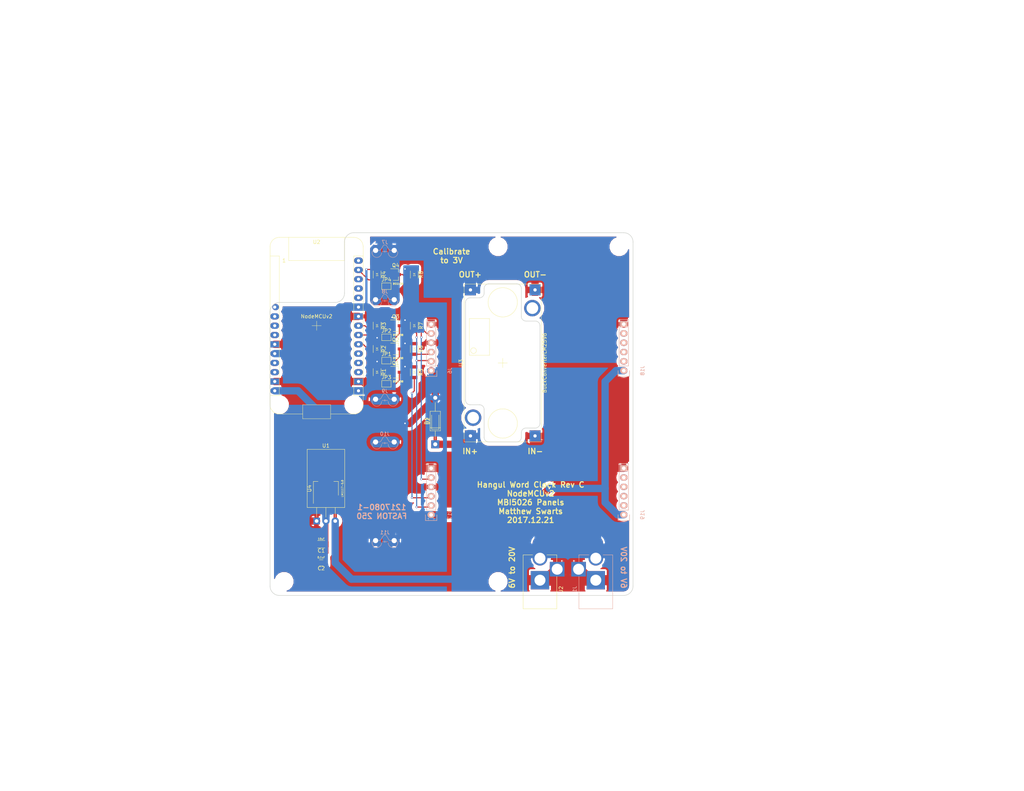
<source format=kicad_pcb>
(kicad_pcb (version 4) (host pcbnew 4.0.4-stable)
  (title_block (title "Hangul Word Clock NodeMCUv2") (date 2017-12-21) (rev C) (company "Matthew Swarts"))
  (layers (0 F.Cu signal) (31 B.Cu signal) (34 B.Paste user) (35 F.Paste user) (36 B.SilkS user) (37 F.SilkS user) (38 B.Mask user) (39 F.Mask user) (44 Edge.Cuts user))
  (net 0 "")
  (net 1 V5.0)
  (net 2 GND)
  (net 3 Vin)
  (net 4 VLED)
  (net 5 PClock)
  (net 6 PStrobe)
  (net 7 V3.3)
  (net 8 PClock3.3)
  (net 9 PStrobe3.3)
  (net 10 PDataA)
  (net 11 PDataB)
  (net 12 PDataA3.3)
  (net 13 PDataB3.3)
  (module MyKiCadParts:LM2596Module (layer F.Cu) (at 137.16 99.06 90)
    (fp_text reference U3 (at 0 -11.43 90) (layer F.SilkS))
    (fp_text value BuckConverterLM2596 (at 0 11.43 90) (layer F.SilkS))
    (pad "" np_thru_hole circle (at -14.9606 -8.0899 90) (size 4.5 4.5) (drill 3.2) (layers *.Cu *.Mask))
    (pad "" np_thru_hole circle (at 14.9606 8.0899 90) (size 4.5 4.5) (drill 3.2) (layers *.Cu *.Mask))
    (pad 1 thru_hole rect (at -19.939 -8.8138 90) (size 3 3) (drill 0.9) (layers *.Cu *.Mask) (net 3 Vin))
    (pad 2 thru_hole rect (at -19.939 8.8138 90) (size 3 3) (drill 0.9) (layers *.Cu *.Mask) (net 2 GND))
    (pad 3 thru_hole rect (at 19.939 8.8138 90) (size 3 3) (drill 0.9) (layers *.Cu *.Mask) (net 2 GND))
    (pad 4 thru_hole rect (at 19.939 -8.8138 90) (size 3 3) (drill 0.9) (layers *.Cu *.Mask) (net 4 VLED))
  )
  (module Mounting_Holes:MountingHole_3.2mm_M3 (layer F.Cu) (at 135.89 67.31)
    (fp_text reference REF** hide)
    (fp_text value MountingHole_3.2mm_M3)
    (pad 1 np_thru_hole circle (at 0 0) (size 3.2 3.2) (drill 3.2) (layers *.Cu *.Mask))
  )
  (module Mounting_Holes:MountingHole_3.2mm_M3 (layer F.Cu) (at 135.89 158.75)
    (fp_text reference REF** hide)
    (fp_text value MountingHole_3.2mm_M3)
    (pad 1 np_thru_hole circle (at 0 0) (size 3.2 3.2) (drill 3.2) (layers *.Cu *.Mask))
  )
  (module Mounting_Holes:MountingHole_3.2mm_M3 (layer F.Cu) (at 77.47 158.75)
    (fp_text reference REF** hide)
    (fp_text value MountingHole_3.2mm_M3)
    (pad 1 np_thru_hole circle (at 0 0) (size 3.2 3.2) (drill 3.2) (layers *.Cu *.Mask))
  )
  (module MyKiCadParts:NodeMCU_V1.0 (layer F.Cu) (at 86.36 88.9)
    (fp_text reference U2 (at 0 -22.86) (layer F.SilkS))
    (fp_text value NodeMCUv2 (at 0 -2.54) (layer F.SilkS))
    (fp_text user 1 (at -8.89 -17.78) (layer F.SilkS))
    (pad 17 thru_hole rect (at 11.43 15.24) (size 2.4 1.7) (drill 0.85) (layers *.Cu *.Mask) (net 2 GND))
    (pad 18 thru_hole oval (at 11.43 12.7) (size 2.4 1.7) (drill 0.85) (layers *.Cu *.Mask))
    (pad 19 thru_hole oval (at 11.43 10.16) (size 2.4 1.7) (drill 0.85) (layers *.Cu *.Mask))
    (pad 20 thru_hole oval (at 11.43 7.62) (size 2.4 1.7) (drill 0.85) (layers *.Cu *.Mask))
    (pad 21 thru_hole oval (at 11.43 5.08) (size 2.4 1.7) (drill 0.85) (layers *.Cu *.Mask) (net 13 PDataB3.3))
    (pad 6 thru_hole oval (at -11.43 -5.08) (size 1.8 1.7) (drill 0.85 (offset 0.25 0)) (layers *.Cu *.Mask))
    (pad 22 thru_hole oval (at 11.43 2.54) (size 2.4 1.7) (drill 0.85) (layers *.Cu *.Mask) (net 12 PDataA3.3))
    (pad 7 thru_hole oval (at -11.43 -2.54) (size 2.4 1.7) (drill 0.85) (layers *.Cu *.Mask))
    (pad 23 thru_hole oval (at 11.43 0) (size 2.4 1.7) (drill 0.85) (layers *.Cu *.Mask) (net 8 PClock3.3))
    (pad 8 thru_hole oval (at -11.43 0) (size 2.4 1.7) (drill 0.85) (layers *.Cu *.Mask))
    (pad 24 thru_hole rect (at 11.43 -2.54) (size 2.4 1.7) (drill 0.85) (layers *.Cu *.Mask) (net 2 GND))
    (pad 9 thru_hole oval (at -11.43 2.54) (size 2.4 1.7) (drill 0.85) (layers *.Cu *.Mask))
    (pad 25 thru_hole oval (at 11.43 -5.08) (size 2.4 1.7) (drill 0.85) (layers *.Cu *.Mask) (net 7 V3.3))
    (pad 10 thru_hole rect (at -11.43 5.08) (size 2.4 1.7) (drill 0.85) (layers *.Cu *.Mask) (net 2 GND))
    (pad 26 thru_hole oval (at 11.43 -7.62) (size 2.4 1.7) (drill 0.85) (layers *.Cu *.Mask))
    (pad 11 thru_hole oval (at -11.43 7.62) (size 2.4 1.7) (drill 0.85) (layers *.Cu *.Mask) (net 7 V3.3))
    (pad 27 thru_hole oval (at 11.43 -10.16) (size 2.4 1.7) (drill 0.85) (layers *.Cu *.Mask))
    (pad 12 thru_hole oval (at -11.43 10.16) (size 2.4 1.7) (drill 0.85) (layers *.Cu *.Mask))
    (pad 28 thru_hole oval (at 11.43 -12.7) (size 2.4 1.7) (drill 0.85) (layers *.Cu *.Mask))
    (pad 13 thru_hole oval (at -11.43 12.7) (size 2.4 1.7) (drill 0.85) (layers *.Cu *.Mask))
    (pad 29 thru_hole oval (at 11.43 -15.24) (size 2.4 1.7) (drill 0.85) (layers *.Cu *.Mask) (net 9 PStrobe3.3))
    (pad 14 thru_hole rect (at -11.43 15.24) (size 2.4 1.7) (drill 0.85) (layers *.Cu *.Mask) (net 2 GND))
    (pad 30 thru_hole oval (at 11.43 -17.78) (size 2.4 1.7) (drill 0.85) (layers *.Cu *.Mask))
    (pad 15 thru_hole oval (at -11.43 17.78) (size 2.4 1.7) (drill 0.85) (layers *.Cu *.Mask) (net 1 V5.0))
    (pad 16 thru_hole oval (at 11.43 17.78) (size 2.4 1.7) (drill 0.85) (layers *.Cu *.Mask) (net 7 V3.3))
    (pad "" np_thru_hole circle (at 10.16 -21.59) (size 3.2 3.2) (drill 3.2) (layers *.Cu *.Mask))
    (pad "" np_thru_hole circle (at 10.16 21.59) (size 3.2 3.2) (drill 3.2) (layers *.Cu *.Mask))
    (pad "" np_thru_hole circle (at -10.16 21.59) (size 3.2 3.2) (drill 3.2) (layers *.Cu *.Mask))
  )
  (module Capacitors_SMD:C_1206 (layer F.Cu) (at 87.63 148.59 180)
    (fp_text reference C1 (at 0 -1.75 180) (layer F.SilkS))
    (fp_text value 10uF (at 0 1.5 180) (layer F.SilkS) (effects (font (size 0.5 0.5) (thickness 0.1))))
    (pad 1 smd rect (at -1.5 0 180) (size 1 1.6) (layers F.Cu F.Paste F.Mask) (net 1 V5.0))
    (pad 2 smd rect (at 1.5 0 180) (size 1 1.6) (layers F.Cu F.Paste F.Mask) (net 2 GND))
  )
  (module Capacitors_SMD:C_0805 (layer F.Cu) (at 87.63 153.67 180)
    (fp_text reference C2 (at 0 -1.5 180) (layer F.SilkS))
    (fp_text value 0.1uF (at 0 1.5 180) (layer F.SilkS) (effects (font (size 0.5 0.5) (thickness 0.1))))
    (pad 1 smd rect (at -1 0 180) (size 1 1.25) (layers F.Cu F.Paste F.Mask) (net 1 V5.0))
    (pad 2 smd rect (at 1 0 180) (size 1 1.25) (layers F.Cu F.Paste F.Mask) (net 2 GND))
  )
  (module Diodes_THT:D_DO-41_SOD81_P12.70mm_Horizontal (layer F.Cu) (at 118.745 121.285 90)
    (fp_text reference D1 (at 6.35 -2.41 90) (layer F.SilkS))
    (fp_text value D)
    (pad 1 thru_hole rect (at 0 0 90) (size 2.2 2.2) (drill 1.1) (layers *.Cu *.Mask) (net 3 Vin))
    (pad 2 thru_hole oval (at 12.7 0 90) (size 2.2 2.2) (drill 1.1) (layers *.Cu *.Mask) (net 1 V5.0))
  )
  (module Connectors:BARREL_JACK (layer B.Cu) (at 162.56 152.4 90)
    (fp_text reference J1 (at -8.45 -5.75 270) (layer B.SilkS) (effects (justify mirror)))
    (fp_text value Barrel_Jack)
    (pad 1 thru_hole oval (at 0 0 90) (size 8 4) (drill 3 (offset 2 0)) (layers *.Cu *.Mask) (net 3 Vin))
    (pad 2 thru_hole rect (at -6 0 90) (size 5 5) (drill 3) (layers *.Cu *.Mask) (net 2 GND))
    (pad 3 thru_hole rect (at -3 -4.7 90) (size 4 4) (drill 3) (layers *.Cu *.Mask) (net 2 GND))
  )
  (module Socket_Strips:Socket_Strip_Straight_1x06 (layer B.Cu) (at 117.625 101.175 90)
    (fp_text reference J6 (at 0 5.1 90) (layer B.SilkS) (effects (justify mirror)))
    (fp_text value Conn_01x06)
    (pad 1 thru_hole oval (at 0 0 90) (size 1.7272 2.032) (drill 1.016) (layers *.Cu *.Mask B.SilkS) (net 1 V5.0))
    (pad 2 thru_hole oval (at 2.54 0 90) (size 1.7272 2.032) (drill 1.016) (layers *.Cu *.Mask B.SilkS) (net 5 PClock))
    (pad 3 thru_hole oval (at 5.08 0 90) (size 1.7272 2.032) (drill 1.016) (layers *.Cu *.Mask B.SilkS) (net 10 PDataA))
    (pad 4 thru_hole oval (at 7.62 0 90) (size 1.7272 2.032) (drill 1.016) (layers *.Cu *.Mask B.SilkS) (net 2 GND))
    (pad 5 thru_hole oval (at 10.16 0 90) (size 1.7272 2.032) (drill 1.016) (layers *.Cu *.Mask B.SilkS) (net 6 PStrobe))
    (pad 6 thru_hole rect (at 12.7 0 90) (size 1.7272 2.032) (drill 1.016) (layers *.Cu *.Mask B.SilkS) (net 2 GND))
  )
  (module MyKiCadParts:1217080-1 (layer B.Cu) (at 104.99598 68.64096)
    (fp_text reference J7 (at 0 -2.54) (layer B.SilkS) (effects (justify mirror)))
    (fp_text value Conn_01x01)
    (pad 1 thru_hole circle (at -2.54 -0.3048) (size 2.8 2.8) (drill 1.4) (layers *.Cu *.Mask) (net 4 VLED))
    (pad 1 thru_hole circle (at 2.54 -0.3048) (size 2.8 2.8) (drill 1.4) (layers *.Cu *.Mask) (net 4 VLED))
  )
  (module MyKiCadParts:1217080-1 (layer B.Cu) (at 104.99344 82.10296)
    (fp_text reference J8 (at 0 -2.54) (layer B.SilkS) (effects (justify mirror)))
    (fp_text value Conn_01x01)
    (pad 1 thru_hole circle (at -2.54 -0.3048) (size 2.8 2.8) (drill 1.4) (layers *.Cu *.Mask) (net 4 VLED))
    (pad 1 thru_hole circle (at 2.54 -0.3048) (size 2.8 2.8) (drill 1.4) (layers *.Cu *.Mask) (net 4 VLED))
  )
  (module MyKiCadParts:1217080-1 (layer B.Cu) (at 104.99344 109.28096)
    (fp_text reference J9 (at 0 -2.54) (layer B.SilkS) (effects (justify mirror)))
    (fp_text value Conn_01x01)
    (pad 1 thru_hole circle (at -2.54 -0.3048) (size 2.8 2.8) (drill 1.4) (layers *.Cu *.Mask) (net 2 GND))
    (pad 1 thru_hole circle (at 2.54 -0.3048) (size 2.8 2.8) (drill 1.4) (layers *.Cu *.Mask) (net 2 GND))
  )
  (module MyKiCadParts:1217080-1 (layer B.Cu) (at 104.99344 120.96496)
    (fp_text reference J10 (at 0 -2.54) (layer B.SilkS) (effects (justify mirror)))
    (fp_text value Conn_01x01)
    (pad 1 thru_hole circle (at -2.54 -0.3048) (size 2.8 2.8) (drill 1.4) (layers *.Cu *.Mask) (net 2 GND))
    (pad 1 thru_hole circle (at 2.54 -0.3048) (size 2.8 2.8) (drill 1.4) (layers *.Cu *.Mask) (net 2 GND))
  )
  (module MyKiCadParts:1217080-1 (layer B.Cu) (at 104.99344 147.88896)
    (fp_text reference J11 (at 0 -2.54) (layer B.SilkS) (effects (justify mirror)))
    (fp_text value Conn_01x01)
    (pad 1 thru_hole circle (at -2.54 -0.3048) (size 2.8 2.8) (drill 1.4) (layers *.Cu *.Mask) (net 1 V5.0))
    (pad 1 thru_hole circle (at 2.54 -0.3048) (size 2.8 2.8) (drill 1.4) (layers *.Cu *.Mask) (net 1 V5.0))
  )
  (module Socket_Strips:Socket_Strip_Straight_1x06 (layer B.Cu) (at 117.625 140.55 90)
    (fp_text reference J17 (at 0 5.1 90) (layer B.SilkS) (effects (justify mirror)))
    (fp_text value Conn_01x06)
    (pad 1 thru_hole oval (at 0 0 90) (size 1.7272 2.032) (drill 1.016) (layers *.Cu *.Mask B.SilkS) (net 1 V5.0))
    (pad 2 thru_hole oval (at 2.54 0 90) (size 1.7272 2.032) (drill 1.016) (layers *.Cu *.Mask B.SilkS) (net 5 PClock))
    (pad 3 thru_hole oval (at 5.08 0 90) (size 1.7272 2.032) (drill 1.016) (layers *.Cu *.Mask B.SilkS) (net 11 PDataB))
    (pad 4 thru_hole oval (at 7.62 0 90) (size 1.7272 2.032) (drill 1.016) (layers *.Cu *.Mask B.SilkS) (net 2 GND))
    (pad 5 thru_hole oval (at 10.16 0 90) (size 1.7272 2.032) (drill 1.016) (layers *.Cu *.Mask B.SilkS) (net 6 PStrobe))
    (pad 6 thru_hole rect (at 12.7 0 90) (size 1.7272 2.032) (drill 1.016) (layers *.Cu *.Mask B.SilkS) (net 2 GND))
  )
  (module Socket_Strips:Socket_Strip_Straight_1x06 (layer B.Cu) (at 170.2 101.175 90)
    (fp_text reference J18 (at 0 5.1 90) (layer B.SilkS) (effects (justify mirror)))
    (fp_text value Conn_01x06)
    (pad 1 thru_hole oval (at 0 0 90) (size 1.7272 2.032) (drill 1.016) (layers *.Cu *.Mask B.SilkS) (net 1 V5.0))
    (pad 2 thru_hole oval (at 2.54 0 90) (size 1.7272 2.032) (drill 1.016) (layers *.Cu *.Mask B.SilkS))
    (pad 3 thru_hole oval (at 5.08 0 90) (size 1.7272 2.032) (drill 1.016) (layers *.Cu *.Mask B.SilkS))
    (pad 4 thru_hole oval (at 7.62 0 90) (size 1.7272 2.032) (drill 1.016) (layers *.Cu *.Mask B.SilkS))
    (pad 5 thru_hole oval (at 10.16 0 90) (size 1.7272 2.032) (drill 1.016) (layers *.Cu *.Mask B.SilkS))
    (pad 6 thru_hole rect (at 12.7 0 90) (size 1.7272 2.032) (drill 1.016) (layers *.Cu *.Mask B.SilkS) (net 2 GND))
  )
  (module Socket_Strips:Socket_Strip_Straight_1x06 (layer B.Cu) (at 170.2 140.525 90)
    (fp_text reference J19 (at 0 5.1 90) (layer B.SilkS) (effects (justify mirror)))
    (fp_text value Conn_01x06)
    (pad 1 thru_hole oval (at 0 0 90) (size 1.7272 2.032) (drill 1.016) (layers *.Cu *.Mask B.SilkS) (net 1 V5.0))
    (pad 2 thru_hole oval (at 2.54 0 90) (size 1.7272 2.032) (drill 1.016) (layers *.Cu *.Mask B.SilkS))
    (pad 3 thru_hole oval (at 5.08 0 90) (size 1.7272 2.032) (drill 1.016) (layers *.Cu *.Mask B.SilkS))
    (pad 4 thru_hole oval (at 7.62 0 90) (size 1.7272 2.032) (drill 1.016) (layers *.Cu *.Mask B.SilkS))
    (pad 5 thru_hole oval (at 10.16 0 90) (size 1.7272 2.032) (drill 1.016) (layers *.Cu *.Mask B.SilkS))
    (pad 6 thru_hole rect (at 12.7 0 90) (size 1.7272 2.032) (drill 1.016) (layers *.Cu *.Mask B.SilkS) (net 2 GND))
  )
  (module TO_SOT_Packages_SMD:SOT-23 (layer F.Cu) (at 107.95 101.6)
    (fp_text reference Q1 (at 0 -2.5) (layer F.SilkS))
    (fp_text value BSS138 (at 0.635 2.54) (layer F.SilkS) (effects (font (size 0.5 0.5) (thickness 0.1))))
    (pad 1 smd rect (at -1 -0.95) (size 0.9 0.8) (layers F.Cu F.Paste F.Mask) (net 7 V3.3))
    (pad 2 smd rect (at -1 0.95) (size 0.9 0.8) (layers F.Cu F.Paste F.Mask) (net 13 PDataB3.3))
    (pad 3 smd rect (at 1 0) (size 0.9 0.8) (layers F.Cu F.Paste F.Mask) (net 11 PDataB))
  )
  (module TO_SOT_Packages_SMD:SOT-23 (layer F.Cu) (at 107.95 95.25)
    (fp_text reference Q2 (at 0 -2.5) (layer F.SilkS))
    (fp_text value BSS138 (at 0.635 2.54) (layer F.SilkS) (effects (font (size 0.5 0.5) (thickness 0.1))))
    (pad 1 smd rect (at -1 -0.95) (size 0.9 0.8) (layers F.Cu F.Paste F.Mask) (net 7 V3.3))
    (pad 2 smd rect (at -1 0.95) (size 0.9 0.8) (layers F.Cu F.Paste F.Mask) (net 12 PDataA3.3))
    (pad 3 smd rect (at 1 0) (size 0.9 0.8) (layers F.Cu F.Paste F.Mask) (net 10 PDataA))
  )
  (module TO_SOT_Packages_SMD:SOT-23 (layer F.Cu) (at 107.95 88.9)
    (fp_text reference Q3 (at 0 -2.5) (layer F.SilkS))
    (fp_text value BSS138 (at 0.635 2.54) (layer F.SilkS) (effects (font (size 0.5 0.5) (thickness 0.1))))
    (pad 1 smd rect (at -1 -0.95) (size 0.9 0.8) (layers F.Cu F.Paste F.Mask) (net 7 V3.3))
    (pad 2 smd rect (at -1 0.95) (size 0.9 0.8) (layers F.Cu F.Paste F.Mask) (net 8 PClock3.3))
    (pad 3 smd rect (at 1 0) (size 0.9 0.8) (layers F.Cu F.Paste F.Mask) (net 5 PClock))
  )
  (module TO_SOT_Packages_SMD:SOT-23 (layer F.Cu) (at 107.95 74.93)
    (fp_text reference Q4 (at 0 -2.5) (layer F.SilkS))
    (fp_text value BSS138 (at 0.635 2.54) (layer F.SilkS) (effects (font (size 0.5 0.5) (thickness 0.1))))
    (pad 1 smd rect (at -1 -0.95) (size 0.9 0.8) (layers F.Cu F.Paste F.Mask) (net 7 V3.3))
    (pad 2 smd rect (at -1 0.95) (size 0.9 0.8) (layers F.Cu F.Paste F.Mask) (net 9 PStrobe3.3))
    (pad 3 smd rect (at 1 0) (size 0.9 0.8) (layers F.Cu F.Paste F.Mask) (net 6 PStrobe))
  )
  (module Resistors_SMD:R_1206 (layer F.Cu) (at 102.87 101.6 270)
    (fp_text reference R1 (at 0 -1.85 270) (layer F.SilkS))
    (fp_text value 1K (at 0 0 270) (layer F.SilkS) (effects (font (size 0.5 0.5) (thickness 0.1))))
    (pad 1 smd rect (at -1.45 0 270) (size 0.9 1.7) (layers F.Cu F.Paste F.Mask) (net 7 V3.3))
    (pad 2 smd rect (at 1.45 0 270) (size 0.9 1.7) (layers F.Cu F.Paste F.Mask) (net 13 PDataB3.3))
  )
  (module Resistors_SMD:R_1206 (layer F.Cu) (at 102.87 95.25 270)
    (fp_text reference R2 (at 0 -1.85 270) (layer F.SilkS))
    (fp_text value 1K (at 0 0 270) (layer F.SilkS) (effects (font (size 0.5 0.5) (thickness 0.1))))
    (pad 1 smd rect (at -1.45 0 270) (size 0.9 1.7) (layers F.Cu F.Paste F.Mask) (net 7 V3.3))
    (pad 2 smd rect (at 1.45 0 270) (size 0.9 1.7) (layers F.Cu F.Paste F.Mask) (net 12 PDataA3.3))
  )
  (module Resistors_SMD:R_1206 (layer F.Cu) (at 102.87 88.9 270)
    (fp_text reference R3 (at 0 -1.85 270) (layer F.SilkS))
    (fp_text value 1K (at 0 0 270) (layer F.SilkS) (effects (font (size 0.5 0.5) (thickness 0.1))))
    (pad 1 smd rect (at -1.45 0 270) (size 0.9 1.7) (layers F.Cu F.Paste F.Mask) (net 7 V3.3))
    (pad 2 smd rect (at 1.45 0 270) (size 0.9 1.7) (layers F.Cu F.Paste F.Mask) (net 8 PClock3.3))
  )
  (module Resistors_SMD:R_1206 (layer F.Cu) (at 102.87 74.93 270)
    (fp_text reference R4 (at 0 -1.85 270) (layer F.SilkS))
    (fp_text value 1K (at 0 0 270) (layer F.SilkS) (effects (font (size 0.5 0.5) (thickness 0.1))))
    (pad 1 smd rect (at -1.45 0 270) (size 0.9 1.7) (layers F.Cu F.Paste F.Mask) (net 7 V3.3))
    (pad 2 smd rect (at 1.45 0 270) (size 0.9 1.7) (layers F.Cu F.Paste F.Mask) (net 9 PStrobe3.3))
  )
  (module Resistors_SMD:R_1206 (layer F.Cu) (at 113.03 101.6 270)
    (fp_text reference R5 (at 0 -1.85 270) (layer F.SilkS))
    (fp_text value 1K (at 0 0 270) (layer F.SilkS) (effects (font (size 0.5 0.5) (thickness 0.1))))
    (pad 1 smd rect (at -1.45 0 270) (size 0.9 1.7) (layers F.Cu F.Paste F.Mask) (net 1 V5.0))
    (pad 2 smd rect (at 1.45 0 270) (size 0.9 1.7) (layers F.Cu F.Paste F.Mask) (net 11 PDataB))
  )
  (module Resistors_SMD:R_1206 (layer F.Cu) (at 113.03 95.25 270)
    (fp_text reference R6 (at 0 -1.85 270) (layer F.SilkS))
    (fp_text value 1K (at 0 0 270) (layer F.SilkS) (effects (font (size 0.5 0.5) (thickness 0.1))))
    (pad 1 smd rect (at -1.45 0 270) (size 0.9 1.7) (layers F.Cu F.Paste F.Mask) (net 1 V5.0))
    (pad 2 smd rect (at 1.45 0 270) (size 0.9 1.7) (layers F.Cu F.Paste F.Mask) (net 10 PDataA))
  )
  (module Resistors_SMD:R_1206 (layer F.Cu) (at 113.03 88.9 270)
    (fp_text reference R7 (at 0 -1.85 270) (layer F.SilkS))
    (fp_text value 1K (at 0 0 270) (layer F.SilkS) (effects (font (size 0.5 0.5) (thickness 0.1))))
    (pad 1 smd rect (at -1.45 0 270) (size 0.9 1.7) (layers F.Cu F.Paste F.Mask) (net 1 V5.0))
    (pad 2 smd rect (at 1.45 0 270) (size 0.9 1.7) (layers F.Cu F.Paste F.Mask) (net 5 PClock))
  )
  (module Resistors_SMD:R_1206 (layer F.Cu) (at 113.03 74.93 270)
    (fp_text reference R8 (at 0 -1.85 270) (layer F.SilkS))
    (fp_text value 1K (at 0 0 270) (layer F.SilkS) (effects (font (size 0.5 0.5) (thickness 0.1))))
    (pad 1 smd rect (at -1.45 0 270) (size 0.9 1.7) (layers F.Cu F.Paste F.Mask) (net 1 V5.0))
    (pad 2 smd rect (at 1.45 0 270) (size 0.9 1.7) (layers F.Cu F.Paste F.Mask) (net 6 PStrobe))
  )
  (module TO_SOT_Packages_THT:TO-220_Horizontal (layer F.Cu) (at 86.36 142.24)
    (fp_text reference U1 (at 2.54 -20.58) (layer F.SilkS))
    (fp_text value LM1117-5.0)
    (pad 1 thru_hole rect (at 0 0) (size 1.8 1.8) (drill 1) (layers *.Cu *.Mask) (net 2 GND))
    (pad 2 thru_hole oval (at 2.54 0) (size 1.8 1.8) (drill 1) (layers *.Cu *.Mask) (net 1 V5.0))
    (pad 3 thru_hole oval (at 5.08 0) (size 1.8 1.8) (drill 1) (layers *.Cu *.Mask) (net 3 Vin))
  )
  (module Diodes_SMD:D_SOD-123 (layer F.Cu) (at 118.745 114.935 90)
    (fp_text reference D2 (at 0 -2 90) (layer F.SilkS))
    (fp_text value D)
    (pad 1 smd rect (at -1.65 0 90) (size 0.9 1.2) (layers F.Cu F.Paste F.Mask) (net 3 Vin))
    (pad 2 smd rect (at 1.65 0 90) (size 0.9 1.2) (layers F.Cu F.Paste F.Mask) (net 1 V5.0))
  )
  (module TO_SOT_Packages_SMD:SOT-223-3Lead_TabPin2 (layer F.Cu) (at 88.9 133.35 90)
    (fp_text reference U4 (at 0 -4.5 90) (layer F.SilkS))
    (fp_text value LM1117-5.0 (at 0 4.5 90) (layer F.SilkS) (effects (font (size 0.5 0.5) (thickness 0.1))))
    (pad 2 smd rect (at 3.15 0 90) (size 2 3.8) (layers F.Cu F.Paste F.Mask) (net 1 V5.0))
    (pad 2 smd rect (at -3.15 0 90) (size 2 1.5) (layers F.Cu F.Paste F.Mask) (net 1 V5.0))
    (pad 3 smd rect (at -3.15 2.3 90) (size 2 1.5) (layers F.Cu F.Paste F.Mask) (net 3 Vin))
    (pad 1 smd rect (at -3.15 -2.3 90) (size 2 1.5) (layers F.Cu F.Paste F.Mask) (net 2 GND))
  )
  (module Connectors:BARREL_JACK (layer F.Cu) (at 147.32 152.4 90)
    (fp_text reference J2 (at -8.45 5.75 270) (layer F.SilkS))
    (fp_text value Barrel_Jack)
    (pad 1 thru_hole oval (at 0 0 90) (size 8 4) (drill 3 (offset 2 0)) (layers *.Cu *.Mask) (net 3 Vin))
    (pad 2 thru_hole rect (at -6 0 90) (size 5 5) (drill 3) (layers *.Cu *.Mask) (net 2 GND))
    (pad 3 thru_hole rect (at -3 4.7 90) (size 4 4) (drill 3) (layers *.Cu *.Mask) (net 2 GND))
  )
  (module Mounting_Holes:MountingHole_3.2mm_M3 (layer F.Cu) (at 168.91 67.31)
    (fp_text reference REF** hide)
    (fp_text value MountingHole_3.2mm_M3)
    (pad 1 np_thru_hole circle (at 0 0) (size 3.2 3.2) (drill 3.2) (layers *.Cu *.Mask))
  )
  (module Connectors:GS2 (layer F.Cu) (at 105.41 98.425 90)
    (fp_text reference JP1 (at 1.78 0 180) (layer F.SilkS))
    (fp_text value Jumper_NO_Small)
    (pad 1 smd rect (at 0 -0.64 90) (size 1.27 0.97) (layers F.Cu F.Paste F.Mask) (net 12 PDataA3.3))
    (pad 2 smd rect (at 0 0.64 90) (size 1.27 0.97) (layers F.Cu F.Paste F.Mask) (net 10 PDataA))
  )
  (module Connectors:GS2 (layer F.Cu) (at 105.41 92.075 90)
    (fp_text reference JP2 (at 1.78 0 180) (layer F.SilkS))
    (fp_text value Jumper_NO_Small)
    (pad 1 smd rect (at 0 -0.64 90) (size 1.27 0.97) (layers F.Cu F.Paste F.Mask) (net 8 PClock3.3))
    (pad 2 smd rect (at 0 0.64 90) (size 1.27 0.97) (layers F.Cu F.Paste F.Mask) (net 5 PClock))
  )
  (module Connectors:GS2 (layer F.Cu) (at 105.41 104.775 90)
    (fp_text reference JP3 (at 1.78 0 180) (layer F.SilkS))
    (fp_text value Jumper_NO_Small)
    (pad 1 smd rect (at 0 -0.64 90) (size 1.27 0.97) (layers F.Cu F.Paste F.Mask) (net 13 PDataB3.3))
    (pad 2 smd rect (at 0 0.64 90) (size 1.27 0.97) (layers F.Cu F.Paste F.Mask) (net 11 PDataB))
  )
  (module Connectors:GS2 (layer F.Cu) (at 105.41 78.105 90)
    (fp_text reference JP4 (at 1.78 0 180) (layer F.SilkS))
    (fp_text value Jumper_NO_Small)
    (pad 1 smd rect (at 0 -0.64 90) (size 1.27 0.97) (layers F.Cu F.Paste F.Mask) (net 9 PStrobe3.3))
    (pad 2 smd rect (at 0 0.64 90) (size 1.27 0.97) (layers F.Cu F.Paste F.Mask) (net 6 PStrobe))
  )
  (gr_line (start 142.24 119.38) (end 142.24 118.11) (angle 90) (layer Edge.Cuts) (width 0.15))
  (gr_line (start 128.27 110.49) (end 130.81 110.49) (angle 90) (layer Edge.Cuts) (width 0.15))
  (gr_line (start 127 82.55) (end 127 109.22) (angle 90) (layer Edge.Cuts) (width 0.15))
  (gr_line (start 132.08 78.74) (end 132.08 80.01) (angle 90) (layer Edge.Cuts) (width 0.15))
  (gr_arc (start 146.05 88.9) (end 146.05 87.63) (angle 90) (layer Edge.Cuts) (width 0.15))
  (gr_arc (start 143.51 86.36) (end 143.51 87.63) (angle 90) (layer Edge.Cuts) (width 0.15))
  (gr_arc (start 140.97 78.74) (end 140.97 77.47) (angle 90) (layer Edge.Cuts) (width 0.15))
  (gr_arc (start 133.35 78.74) (end 132.08 78.74) (angle 90) (layer Edge.Cuts) (width 0.15))
  (gr_arc (start 130.81 80.01) (end 132.08 80.01) (angle 90) (layer Edge.Cuts) (width 0.15))
  (gr_arc (start 128.27 82.55) (end 127 82.55) (angle 90) (layer Edge.Cuts) (width 0.15))
  (gr_arc (start 128.27 109.22) (end 128.27 110.49) (angle 90) (layer Edge.Cuts) (width 0.15))
  (gr_arc (start 130.81 111.76) (end 130.81 110.49) (angle 90) (layer Edge.Cuts) (width 0.15))
  (gr_arc (start 133.35 119.38) (end 133.35 120.65) (angle 90) (layer Edge.Cuts) (width 0.15))
  (gr_arc (start 146.05 115.57) (end 147.32 115.57) (angle 90) (layer Edge.Cuts) (width 0.15))
  (gr_arc (start 143.51 118.11) (end 142.24 118.11) (angle 90) (layer Edge.Cuts) (width 0.15))
  (gr_arc (start 140.97 119.38) (end 142.24 119.38) (angle 90) (layer Edge.Cuts) (width 0.15))
  (gr_line (start 140.97 120.65) (end 133.35 120.65) (angle 90) (layer Edge.Cuts) (width 0.15))
  (gr_line (start 146.05 116.84) (end 143.51 116.84) (angle 90) (layer Edge.Cuts) (width 0.15))
  (gr_line (start 147.32 88.9) (end 147.32 115.57) (angle 90) (layer Edge.Cuts) (width 0.15))
  (gr_line (start 143.51 87.63) (end 146.05 87.63) (angle 90) (layer Edge.Cuts) (width 0.15))
  (gr_line (start 142.24 78.74) (end 142.24 86.36) (angle 90) (layer Edge.Cuts) (width 0.15))
  (gr_line (start 133.35 77.47) (end 140.97 77.47) (angle 90) (layer Edge.Cuts) (width 0.15))
  (gr_line (start 128.27 81.28) (end 130.81 81.28) (angle 90) (layer Edge.Cuts) (width 0.15))
  (gr_line (start 132.08 119.38) (end 132.08 111.76) (angle 90) (layer Edge.Cuts) (width 0.15))
  (gr_text "1217080-1\nFASTON 250" (at 104.14 139.7) (layer B.SilkS) (effects (font (size 1.5 1.5) (thickness 0.3)) (justify mirror)))
  (gr_line (start 93.98 66.04) (end 93.98 80.01) (angle 90) (layer Edge.Cuts) (width 0.15))
  (gr_line (start 172.72 160.02) (end 172.72 66.04) (angle 90) (layer Edge.Cuts) (width 0.15))
  (gr_line (start 73.66 85.09) (end 73.66 160.02) (angle 90) (layer Edge.Cuts) (width 0.15))
  (gr_line (start 170.18 63.5) (end 96.52 63.5) (angle 90) (layer Edge.Cuts) (width 0.15))
  (gr_arc (start 76.2 85.09) (end 73.66 85.09) (angle 90) (layer Edge.Cuts) (width 0.15))
  (gr_arc (start 91.44 80.01) (end 93.98 80.01) (angle 90) (layer Edge.Cuts) (width 0.15))
  (gr_line (start 91.44 82.55) (end 76.2 82.55) (angle 90) (layer Edge.Cuts) (width 0.15))
  (gr_line (start 76.2 162.56) (end 170.18 162.56) (angle 90) (layer Edge.Cuts) (width 0.15))
  (gr_arc (start 170.18 160.02) (end 172.72 160.02) (angle 90) (layer Edge.Cuts) (width 0.15))
  (gr_arc (start 76.2 160.02) (end 76.2 162.56) (angle 90) (layer Edge.Cuts) (width 0.15))
  (gr_arc (start 96.52 66.04) (end 93.98 66.04) (angle 90) (layer Edge.Cuts) (width 0.15))
  (gr_arc (start 170.18 66.04) (end 170.18 63.5) (angle 90) (layer Edge.Cuts) (width 0.15))
  (gr_text "Hangul Word Clock Rev C\nNodeMCUv2\nMBI5026 Panels\nMatthew Swarts\n2017.12.21" (at 144.78 137.16) (layer F.SilkS) (effects (font (size 1.5 1.5) (thickness 0.3))))
  (gr_text "Calibrate\nto 3V" (at 123.19 69.85) (layer F.SilkS) (effects (font (size 1.5 1.5) (thickness 0.3))))
  (gr_text OUT+ (at 128.27 74.93) (layer F.SilkS) (effects (font (size 1.5 1.5) (thickness 0.3))))
  (gr_text OUT- (at 146.05 74.93) (layer F.SilkS) (effects (font (size 1.5 1.5) (thickness 0.3))))
  (gr_text IN- (at 146.05 123.19) (layer F.SilkS) (effects (font (size 1.5 1.5) (thickness 0.3))))
  (gr_text IN+ (at 128.27 123.19) (layer F.SilkS) (effects (font (size 1.5 1.5) (thickness 0.3))))
  (gr_text "6V to 20V" (at 170.18 154.94 270) (layer B.SilkS) (effects (font (size 1.5 1.5) (thickness 0.3)) (justify mirror)))
  (gr_text "6V to 20V" (at 139.7 154.94 90) (layer F.SilkS) (effects (font (size 1.5 1.5) (thickness 0.3))))
  (segment (start 117.625 140.55) (end 142.66 140.55) (width 2) (layer F.Cu) (net 1))
  (segment (start 149.86 133.35) (end 165.1 133.35) (width 2) (layer B.Cu) (net 1))
  (via (at 149.86 133.35) (size 0.6) (drill 0.4) (layers F.Cu B.Cu) (net 1))
  (segment (start 142.66 140.55) (end 149.86 133.35) (width 2) (layer F.Cu) (net 1))
  (segment (start 110.49 115.57) (end 111.76 115.57) (width 2) (layer F.Cu) (net 1))
  (segment (start 111.76 115.57) (end 118.745 108.585) (width 2) (layer F.Cu) (net 1))
  (segment (start 170.2 101.175) (end 168.065 101.175) (width 2) (layer B.Cu) (net 1))
  (segment (start 168.065 101.175) (end 165.1 104.14) (width 2) (layer B.Cu) (net 1))
  (segment (start 165.1 104.14) (end 165.1 133.35) (width 2) (layer B.Cu) (net 1))
  (segment (start 168.465 140.525) (end 170.2 140.525) (width 2) (layer B.Cu) (net 1))
  (segment (start 165.1 133.35) (end 165.1 137.16) (width 2) (layer B.Cu) (net 1))
  (segment (start 165.1 137.16) (end 168.465 140.525) (width 2) (layer B.Cu) (net 1))
  (segment (start 102.45344 147.58416) (end 107.53344 147.58416) (width 3) (layer F.Cu) (net 1))
  (segment (start 98.7425 140.6525) (end 100.60178 140.6525) (width 3) (layer B.Cu) (net 1))
  (segment (start 100.60178 140.6525) (end 107.53344 147.58416) (width 3) (layer B.Cu) (net 1))
  (segment (start 102.45344 147.58416) (end 102.45344 144.36344) (width 3) (layer B.Cu) (net 1))
  (segment (start 102.45344 144.36344) (end 98.7425 140.6525) (width 3) (layer B.Cu) (net 1))
  (segment (start 98.7425 140.6525) (end 88.9 130.81) (width 3) (layer B.Cu) (net 1))
  (segment (start 117.625 140.55) (end 98.64 140.55) (width 2) (layer B.Cu) (net 1))
  (segment (start 98.64 140.55) (end 88.9 130.81) (width 2) (layer B.Cu) (net 1))
  (segment (start 88.9 116.84) (end 88.9 114.3) (width 2) (layer B.Cu) (net 1))
  (segment (start 88.9 142.24) (end 88.9 130.81) (width 2) (layer B.Cu) (net 1))
  (segment (start 88.9 130.81) (end 88.9 116.84) (width 2) (layer B.Cu) (net 1))
  (segment (start 88.9 116.84) (end 90.17 115.57) (width 2) (layer B.Cu) (net 1))
  (segment (start 110.49 115.57) (end 90.17 115.57) (width 2) (layer B.Cu) (net 1))
  (segment (start 81.28 106.68) (end 74.93 106.68) (width 2) (layer B.Cu) (net 1))
  (segment (start 88.9 114.3) (end 81.28 106.68) (width 2) (layer B.Cu) (net 1))
  (segment (start 90.17 115.57) (end 88.9 114.3) (width 2) (layer B.Cu) (net 1))
  (segment (start 88.63 153.67) (end 88.63 151.4) (width 0.9) (layer F.Cu) (net 1))
  (segment (start 89.13 150.9) (end 89.13 148.59) (width 0.9) (layer F.Cu) (net 1))
  (segment (start 88.63 151.4) (end 89.13 150.9) (width 0.9) (layer F.Cu) (net 1))
  (segment (start 89.13 148.59) (end 89.13 142.47) (width 0.9) (layer F.Cu) (net 1))
  (segment (start 89.13 142.47) (end 88.9 142.24) (width 0.9) (layer F.Cu) (net 1))
  (segment (start 88.9 142.24) (end 88.9 136.5) (width 0.9) (layer F.Cu) (net 1))
  (segment (start 88.9 136.5) (end 88.9 130.2) (width 0.9) (layer F.Cu) (net 1))
  (segment (start 110.49 104.14) (end 110.49 115.57) (width 0.9) (layer B.Cu) (net 1))
  (via (at 110.49 115.57) (size 0.6) (drill 0.4) (layers F.Cu B.Cu) (net 1))
  (segment (start 111.76 115.57) (end 118.745 108.585) (width 0.9) (layer F.Cu) (net 1))
  (segment (start 118.745 113.285) (end 118.745 108.585) (width 0.9) (layer F.Cu) (net 1))
  (segment (start 117.625 101.175) (end 118.745 102.295) (width 2) (layer F.Cu) (net 1))
  (segment (start 118.745 102.295) (end 118.745 108.585) (width 2) (layer F.Cu) (net 1))
  (segment (start 113.03 73.48) (end 112.956 73.406) (width 0.3) (layer F.Cu) (net 1))
  (segment (start 112.956 73.406) (end 110.49 73.406) (width 0.3) (layer F.Cu) (net 1))
  (via (at 110.49 73.406) (size 0.6) (drill 0.4) (layers F.Cu B.Cu) (net 1))
  (segment (start 113.03 100.15) (end 112.956 100.076) (width 0.3) (layer F.Cu) (net 1))
  (segment (start 112.956 100.076) (end 110.49 100.076) (width 0.3) (layer F.Cu) (net 1))
  (via (at 110.49 100.076) (size 0.6) (drill 0.4) (layers F.Cu B.Cu) (net 1))
  (segment (start 113.03 93.8) (end 112.956 93.726) (width 0.3) (layer F.Cu) (net 1))
  (segment (start 112.956 93.726) (end 110.49 93.726) (width 0.3) (layer F.Cu) (net 1))
  (via (at 110.49 93.726) (size 0.6) (drill 0.4) (layers F.Cu B.Cu) (net 1))
  (segment (start 113.03 87.45) (end 112.956 87.376) (width 0.3) (layer F.Cu) (net 1))
  (segment (start 112.956 87.376) (end 110.49 87.376) (width 0.3) (layer F.Cu) (net 1))
  (via (at 110.49 87.376) (size 0.6) (drill 0.4) (layers F.Cu B.Cu) (net 1))
  (segment (start 113.03 73.48) (end 112.85 73.66) (width 0.3) (layer F.Cu) (net 1))
  (segment (start 110.49 104.14) (end 110.49 100.076) (width 0.9) (layer B.Cu) (net 1))
  (segment (start 110.49 100.076) (end 110.49 93.726) (width 0.9) (layer B.Cu) (net 1))
  (segment (start 110.49 93.726) (end 110.49 87.376) (width 0.9) (layer B.Cu) (net 1))
  (segment (start 110.49 87.376) (end 110.49 73.406) (width 0.9) (layer B.Cu) (net 1))
  (segment (start 145.9738 79.121) (end 145.9738 71.374) (width 2) (layer F.Cu) (net 2))
  (segment (start 145.9738 71.374) (end 145.288 71.374) (width 2) (layer F.Cu) (net 2))
  (segment (start 145.9738 120.3738) (end 153.45 127.85) (width 3) (layer F.Cu) (net 2))
  (segment (start 145.9738 118.999) (end 145.9738 120.3738) (width 3) (layer F.Cu) (net 2))
  (segment (start 117.625 88.475) (end 119.59 88.475) (width 0.3) (layer F.Cu) (net 2))
  (segment (start 120.65 89.535) (end 120.65 90.805) (width 0.3) (layer F.Cu) (net 2))
  (segment (start 119.59 88.475) (end 120.65 89.535) (width 0.3) (layer F.Cu) (net 2))
  (segment (start 117.625 132.93) (end 119.8 132.93) (width 0.3) (layer F.Cu) (net 2))
  (segment (start 121.285 131.445) (end 121.285 127.85) (width 0.3) (layer F.Cu) (net 2))
  (segment (start 119.8 132.93) (end 121.285 131.445) (width 0.3) (layer F.Cu) (net 2))
  (segment (start 117.625 93.555) (end 119.805 93.555) (width 0.3) (layer F.Cu) (net 2))
  (segment (start 120.65 92.71) (end 120.65 90.805) (width 0.3) (layer F.Cu) (net 2))
  (segment (start 119.805 93.555) (end 120.65 92.71) (width 0.3) (layer F.Cu) (net 2))
  (segment (start 102.45344 108.97616) (end 107.53344 108.97616) (width 3) (layer B.Cu) (net 2))
  (segment (start 102.45344 120.66016) (end 107.53344 120.66016) (width 3) (layer B.Cu) (net 2))
  (segment (start 97.79 104.14) (end 99.06 104.14) (width 2) (layer F.Cu) (net 2))
  (segment (start 102.45344 107.53344) (end 102.45344 108.97616) (width 2) (layer F.Cu) (net 2))
  (segment (start 99.06 104.14) (end 102.45344 107.53344) (width 2) (layer F.Cu) (net 2))
  (segment (start 92.71 104.14) (end 92.71 113.03) (width 2) (layer F.Cu) (net 2))
  (segment (start 95.25 115.57) (end 102.45344 115.57) (width 2) (layer F.Cu) (net 2))
  (segment (start 92.71 113.03) (end 95.25 115.57) (width 2) (layer F.Cu) (net 2))
  (segment (start 85.725 90.17) (end 85.725 104.14) (width 2) (layer F.Cu) (net 2))
  (segment (start 74.93 104.14) (end 85.725 104.14) (width 2) (layer F.Cu) (net 2))
  (segment (start 85.725 104.14) (end 92.71 104.14) (width 2) (layer F.Cu) (net 2))
  (segment (start 92.71 104.14) (end 97.79 104.14) (width 2) (layer F.Cu) (net 2))
  (segment (start 74.93 93.98) (end 81.915 93.98) (width 2) (layer F.Cu) (net 2))
  (segment (start 89.535 86.36) (end 97.79 86.36) (width 2) (layer F.Cu) (net 2))
  (segment (start 81.915 93.98) (end 85.725 90.17) (width 2) (layer F.Cu) (net 2))
  (segment (start 85.725 90.17) (end 89.535 86.36) (width 2) (layer F.Cu) (net 2))
  (segment (start 86.36 142.24) (end 83.185 142.24) (width 2) (layer F.Cu) (net 2))
  (segment (start 85.07984 120.66016) (end 102.45344 120.66016) (width 2) (layer F.Cu) (net 2))
  (segment (start 81.915 123.825) (end 85.07984 120.66016) (width 2) (layer F.Cu) (net 2))
  (segment (start 81.915 140.97) (end 81.915 123.825) (width 2) (layer F.Cu) (net 2))
  (segment (start 83.185 142.24) (end 81.915 140.97) (width 2) (layer F.Cu) (net 2))
  (segment (start 107.53344 108.97616) (end 107.53344 120.66016) (width 3) (layer F.Cu) (net 2))
  (segment (start 102.45344 108.97616) (end 102.45344 115.57) (width 3) (layer F.Cu) (net 2))
  (segment (start 102.45344 115.57) (end 102.45344 120.66016) (width 3) (layer F.Cu) (net 2))
  (segment (start 102.45344 120.66016) (end 102.45344 125.31344) (width 2) (layer F.Cu) (net 2))
  (segment (start 104.99 127.85) (end 111.34 127.85) (width 2) (layer F.Cu) (net 2))
  (segment (start 102.45344 125.31344) (end 104.99 127.85) (width 2) (layer F.Cu) (net 2))
  (segment (start 117.625 127.85) (end 121.285 127.85) (width 2) (layer F.Cu) (net 2))
  (segment (start 121.285 127.85) (end 153.45 127.85) (width 2) (layer F.Cu) (net 2))
  (segment (start 153.45 127.85) (end 154.94 129.34) (width 2) (layer F.Cu) (net 2))
  (segment (start 147.32 158.4) (end 162.56 158.4) (width 3) (layer F.Cu) (net 2))
  (segment (start 154.94 155.4) (end 154.94 129.34) (width 3) (layer F.Cu) (net 2))
  (segment (start 154.94 129.34) (end 147.16 121.56) (width 3) (layer F.Cu) (net 2))
  (segment (start 160.02 127.825) (end 160.02 71.374) (width 2) (layer F.Cu) (net 2))
  (segment (start 170.2 127.825) (end 160.02 127.825) (width 2) (layer F.Cu) (net 2))
  (segment (start 160.02 127.825) (end 153.425 127.825) (width 3) (layer F.Cu) (net 2))
  (segment (start 153.425 127.825) (end 147.16 121.56) (width 2) (layer F.Cu) (net 2))
  (segment (start 170.2 88.475) (end 170.2 73.68) (width 2) (layer F.Cu) (net 2))
  (segment (start 167.894 71.374) (end 160.02 71.374) (width 2) (layer F.Cu) (net 2))
  (segment (start 170.2 73.68) (end 167.894 71.374) (width 2) (layer F.Cu) (net 2))
  (segment (start 160.02 71.374) (end 145.288 71.374) (width 2) (layer F.Cu) (net 2))
  (segment (start 86.13 148.59) (end 86.13 142.47) (width 0.9) (layer F.Cu) (net 2))
  (segment (start 86.13 142.47) (end 86.36 142.24) (width 0.9) (layer F.Cu) (net 2))
  (segment (start 86.63 153.67) (end 86.63 151.4) (width 0.9) (layer F.Cu) (net 2))
  (segment (start 86.13 150.9) (end 86.13 148.59) (width 0.9) (layer F.Cu) (net 2))
  (segment (start 86.63 151.4) (end 86.13 150.9) (width 0.9) (layer F.Cu) (net 2))
  (segment (start 86.36 142.24) (end 86.36 136.74) (width 0.9) (layer F.Cu) (net 2))
  (segment (start 86.36 136.74) (end 86.6 136.5) (width 0.9) (layer F.Cu) (net 2))
  (segment (start 162.56 158.4) (end 160.86 158.4) (width 3) (layer F.Cu) (net 2))
  (segment (start 160.86 158.4) (end 157.86 155.4) (width 3) (layer F.Cu) (net 2))
  (segment (start 147.32 158.4) (end 149.02 158.4) (width 3) (layer F.Cu) (net 2))
  (segment (start 149.02 158.4) (end 152.02 155.4) (width 3) (layer F.Cu) (net 2))
  (segment (start 152.02 155.4) (end 154.94 155.4) (width 3) (layer F.Cu) (net 2))
  (segment (start 154.94 155.4) (end 157.86 155.4) (width 3) (layer F.Cu) (net 2))
  (segment (start 123.444 71.374) (end 117.625 77.193) (width 2) (layer F.Cu) (net 2))
  (segment (start 117.625 77.193) (end 117.625 88.475) (width 2) (layer F.Cu) (net 2))
  (segment (start 145.288 71.374) (end 123.444 71.374) (width 2) (layer F.Cu) (net 2))
  (segment (start 117.625 127.85) (end 111.34 127.85) (width 2) (layer F.Cu) (net 2))
  (segment (start 107.53344 124.04344) (end 107.53344 120.66016) (width 2) (layer F.Cu) (net 2))
  (segment (start 111.34 127.85) (end 107.53344 124.04344) (width 2) (layer F.Cu) (net 2))
  (segment (start 107.53344 108.97616) (end 107.70616 108.97616) (width 0.9) (layer B.Cu) (net 2))
  (segment (start 117.625 132.93) (end 117.205 133.35) (width 0.3) (layer F.Cu) (net 2))
  (segment (start 118.745 121.285) (end 126.0602 121.285) (width 2) (layer F.Cu) (net 3))
  (segment (start 126.0602 121.285) (end 128.3462 118.999) (width 2) (layer F.Cu) (net 3))
  (segment (start 128.3462 118.999) (end 128.3462 154.2288) (width 2) (layer B.Cu) (net 3))
  (segment (start 95.885 158.115) (end 91.44 153.67) (width 2) (layer B.Cu) (net 3))
  (segment (start 124.46 158.115) (end 95.885 158.115) (width 2) (layer B.Cu) (net 3))
  (segment (start 91.44 153.67) (end 91.44 142.24) (width 2) (layer B.Cu) (net 3))
  (segment (start 128.3462 154.2288) (end 124.46 158.115) (width 2) (layer B.Cu) (net 3))
  (segment (start 128.3462 118.999) (end 128.3462 122.7462) (width 3) (layer B.Cu) (net 3))
  (segment (start 147.32 139.7) (end 145.3 139.7) (width 3) (layer B.Cu) (net 3))
  (segment (start 128.3462 122.7462) (end 145.3 139.7) (width 3) (layer B.Cu) (net 3))
  (segment (start 152.4 139.7) (end 152.4 144.78) (width 3) (layer B.Cu) (net 3))
  (segment (start 162.56 152.4) (end 162.56 149.86) (width 3) (layer B.Cu) (net 3))
  (segment (start 162.56 149.86) (end 157.48 144.78) (width 3) (layer B.Cu) (net 3))
  (segment (start 157.48 144.78) (end 152.4 144.78) (width 3) (layer B.Cu) (net 3))
  (segment (start 152.4 144.78) (end 147.32 149.86) (width 3) (layer B.Cu) (net 3))
  (segment (start 147.32 149.86) (end 147.32 152.4) (width 3) (layer B.Cu) (net 3))
  (segment (start 147.32 152.4) (end 147.32 139.7) (width 3) (layer B.Cu) (net 3))
  (segment (start 162.56 152.4) (end 162.56 144.78) (width 3) (layer B.Cu) (net 3))
  (segment (start 162.56 144.78) (end 157.48 139.7) (width 3) (layer B.Cu) (net 3))
  (segment (start 157.48 139.7) (end 152.4 139.7) (width 3) (layer B.Cu) (net 3))
  (segment (start 152.4 139.7) (end 147.32 139.7) (width 3) (layer B.Cu) (net 3))
  (segment (start 91.44 142.24) (end 91.44 136.74) (width 0.9) (layer F.Cu) (net 3))
  (segment (start 91.44 136.74) (end 91.2 136.5) (width 0.9) (layer F.Cu) (net 3))
  (segment (start 147.32 152.4) (end 147.32 151.13) (width 3) (layer F.Cu) (net 3))
  (segment (start 118.745 116.585) (end 118.745 121.285) (width 0.9) (layer F.Cu) (net 3))
  (segment (start 128.3462 79.121) (end 128.3462 72.4662) (width 3) (layer B.Cu) (net 4))
  (segment (start 128.3462 72.4662) (end 124.2425 68.3625) (width 3) (layer B.Cu) (net 4))
  (segment (start 118.9625 68.3625) (end 124.2425 68.3625) (width 3) (layer B.Cu) (net 4))
  (segment (start 118.9625 68.3625) (end 118.93616 68.33616) (width 3) (layer B.Cu) (net 4))
  (segment (start 118.93616 68.33616) (end 107.53598 68.33616) (width 3) (layer B.Cu) (net 4))
  (segment (start 107.53344 81.79816) (end 107.53344 68.3387) (width 3) (layer B.Cu) (net 4))
  (segment (start 107.53344 68.3387) (end 107.53598 68.33616) (width 2) (layer B.Cu) (net 4))
  (segment (start 102.45344 81.79816) (end 102.45344 68.3387) (width 3) (layer B.Cu) (net 4))
  (segment (start 102.45344 68.3387) (end 102.45598 68.33616) (width 2) (layer B.Cu) (net 4))
  (segment (start 102.45344 81.79816) (end 107.53344 81.79816) (width 3) (layer F.Cu) (net 4))
  (segment (start 102.45598 68.33616) (end 107.53598 68.33616) (width 3) (layer F.Cu) (net 4))
  (segment (start 108.95 88.9) (end 108.95 91.075) (width 0.3) (layer F.Cu) (net 5))
  (segment (start 107.95 92.075) (end 106.05 92.075) (width 0.3) (layer F.Cu) (net 5))
  (segment (start 108.95 91.075) (end 107.95 92.075) (width 0.3) (layer F.Cu) (net 5))
  (segment (start 117.625 98.635) (end 117.415 98.425) (width 0.3) (layer F.Cu) (net 5))
  (segment (start 117.415 98.425) (end 113.665 98.425) (width 0.3) (layer F.Cu) (net 5))
  (via (at 113.665 98.425) (size 0.6) (drill 0.4) (layers F.Cu B.Cu) (net 5))
  (segment (start 113.03 90.35) (end 113.665 90.985) (width 0.3) (layer F.Cu) (net 5))
  (segment (start 113.665 138.43) (end 117.205 138.43) (width 0.3) (layer F.Cu) (net 5))
  (via (at 113.665 138.43) (size 0.6) (drill 0.4) (layers F.Cu B.Cu) (net 5))
  (segment (start 113.665 92.075) (end 113.665 98.425) (width 0.3) (layer B.Cu) (net 5))
  (segment (start 113.665 98.425) (end 113.665 138.43) (width 0.3) (layer B.Cu) (net 5))
  (via (at 113.665 92.075) (size 0.6) (drill 0.4) (layers F.Cu B.Cu) (net 5))
  (segment (start 113.665 90.985) (end 113.665 92.075) (width 0.3) (layer F.Cu) (net 5))
  (segment (start 117.205 138.43) (end 117.625 138.01) (width 0.3) (layer F.Cu) (net 5))
  (segment (start 117.205 138.43) (end 117.625 138.01) (width 0.3) (layer F.Cu) (net 5))
  (segment (start 117.625 138.01) (end 117.205 138.43) (width 0.3) (layer F.Cu) (net 5))
  (segment (start 108.95 88.9) (end 109.855 88.9) (width 0.3) (layer F.Cu) (net 5))
  (segment (start 109.855 88.9) (end 111.305 90.35) (width 0.3) (layer F.Cu) (net 5))
  (segment (start 111.305 90.35) (end 113.03 90.35) (width 0.3) (layer F.Cu) (net 5))
  (segment (start 108.95 74.93) (end 108.95 77.105) (width 0.3) (layer F.Cu) (net 6))
  (segment (start 107.95 78.105) (end 106.05 78.105) (width 0.3) (layer F.Cu) (net 6))
  (segment (start 108.95 77.105) (end 107.95 78.105) (width 0.3) (layer F.Cu) (net 6))
  (segment (start 114.935 89.535) (end 114.935 92.075) (width 0.3) (layer F.Cu) (net 6))
  (segment (start 114.935 130.81) (end 117.205 130.81) (width 0.3) (layer F.Cu) (net 6))
  (via (at 114.935 130.81) (size 0.6) (drill 0.4) (layers F.Cu B.Cu) (net 6))
  (segment (start 114.935 92.075) (end 114.935 130.81) (width 0.3) (layer B.Cu) (net 6))
  (via (at 114.935 92.075) (size 0.6) (drill 0.4) (layers F.Cu B.Cu) (net 6))
  (segment (start 117.205 130.81) (end 117.625 130.39) (width 0.3) (layer F.Cu) (net 6))
  (segment (start 113.03 76.38) (end 113.03 83.82) (width 0.3) (layer F.Cu) (net 6))
  (segment (start 116.415 91.015) (end 117.625 91.015) (width 0.3) (layer F.Cu) (net 6))
  (segment (start 114.935 89.535) (end 116.415 91.015) (width 0.3) (layer F.Cu) (net 6))
  (segment (start 114.935 85.725) (end 114.935 89.535) (width 0.3) (layer F.Cu) (net 6))
  (segment (start 113.03 83.82) (end 114.935 85.725) (width 0.3) (layer F.Cu) (net 6))
  (segment (start 108.95 74.93) (end 109.855 74.93) (width 0.3) (layer F.Cu) (net 6))
  (segment (start 111.305 76.38) (end 113.03 76.38) (width 0.3) (layer F.Cu) (net 6))
  (segment (start 109.855 74.93) (end 111.305 76.38) (width 0.3) (layer F.Cu) (net 6))
  (segment (start 80.01 96.52) (end 90.17 106.68) (width 2) (layer B.Cu) (net 7))
  (segment (start 90.17 106.68) (end 97.79 106.68) (width 2) (layer B.Cu) (net 7))
  (segment (start 74.93 96.52) (end 80.01 96.52) (width 2) (layer B.Cu) (net 7))
  (segment (start 92.71 83.82) (end 97.79 83.82) (width 2) (layer B.Cu) (net 7))
  (segment (start 80.01 96.52) (end 92.71 83.82) (width 2) (layer B.Cu) (net 7))
  (segment (start 105.537 86.614) (end 105.41 86.614) (width 0.3) (layer B.Cu) (net 7))
  (segment (start 105.41 86.614) (end 105.537 86.614) (width 0.3) (layer B.Cu) (net 7))
  (segment (start 106.934 86.614) (end 105.41 86.614) (width 0.3) (layer B.Cu) (net 7))
  (via (at 106.934 86.614) (size 0.6) (drill 0.4) (layers F.Cu B.Cu) (net 7))
  (segment (start 106.934 87.934) (end 106.934 86.614) (width 0.3) (layer F.Cu) (net 7))
  (segment (start 106.95 87.95) (end 106.934 87.934) (width 0.3) (layer F.Cu) (net 7))
  (segment (start 105.41 86.614) (end 105.41 86.36) (width 0.9) (layer B.Cu) (net 7))
  (segment (start 97.79 106.68) (end 99.695 106.68) (width 2) (layer B.Cu) (net 7))
  (segment (start 105.41 104.14) (end 105.41 98.679) (width 2) (layer B.Cu) (net 7))
  (segment (start 104.14 105.41) (end 105.41 104.14) (width 2) (layer B.Cu) (net 7))
  (segment (start 100.965 105.41) (end 104.14 105.41) (width 2) (layer B.Cu) (net 7))
  (segment (start 99.695 106.68) (end 100.965 105.41) (width 2) (layer B.Cu) (net 7))
  (segment (start 102.87 100.15) (end 102.87 98.679) (width 0.3) (layer F.Cu) (net 7))
  (segment (start 102.87 98.679) (end 105.41 98.679) (width 0.3) (layer B.Cu) (net 7))
  (via (at 102.87 98.679) (size 0.6) (drill 0.4) (layers F.Cu B.Cu) (net 7))
  (segment (start 105.41 98.679) (end 105.283 98.679) (width 0.3) (layer B.Cu) (net 7))
  (segment (start 105.283 98.679) (end 105.41 98.679) (width 0.3) (layer B.Cu) (net 7))
  (segment (start 102.87 93.8) (end 102.87 92.202) (width 0.3) (layer F.Cu) (net 7))
  (segment (start 102.87 92.202) (end 105.41 92.202) (width 0.3) (layer B.Cu) (net 7))
  (via (at 102.87 92.202) (size 0.6) (drill 0.4) (layers F.Cu B.Cu) (net 7))
  (segment (start 105.41 92.202) (end 105.283 92.202) (width 0.3) (layer B.Cu) (net 7))
  (segment (start 105.283 92.202) (end 105.41 92.202) (width 0.3) (layer B.Cu) (net 7))
  (segment (start 102.87 73.48) (end 102.817 73.533) (width 0.3) (layer F.Cu) (net 7))
  (segment (start 102.817 73.533) (end 99.949 73.533) (width 0.3) (layer F.Cu) (net 7))
  (segment (start 99.949 73.533) (end 99.949 83.82) (width 0.6) (layer B.Cu) (net 7))
  (via (at 99.949 73.533) (size 0.6) (drill 0.4) (layers F.Cu B.Cu) (net 7))
  (segment (start 99.949 83.82) (end 100.076 83.82) (width 0.3) (layer B.Cu) (net 7))
  (segment (start 100.076 83.82) (end 99.949 83.82) (width 0.3) (layer B.Cu) (net 7))
  (segment (start 105.41 98.679) (end 105.41 92.202) (width 2) (layer B.Cu) (net 7))
  (segment (start 105.41 92.202) (end 105.41 86.614) (width 2) (layer B.Cu) (net 7))
  (segment (start 105.41 86.36) (end 105.283 86.233) (width 0.9) (layer B.Cu) (net 7))
  (segment (start 100.33 83.82) (end 99.949 83.82) (width 0.9) (layer B.Cu) (net 7))
  (segment (start 105.283 86.233) (end 104.14 85.09) (width 2) (layer B.Cu) (net 7))
  (segment (start 104.14 85.09) (end 101.6 85.09) (width 2) (layer B.Cu) (net 7))
  (segment (start 101.6 85.09) (end 100.33 83.82) (width 2) (layer B.Cu) (net 7))
  (segment (start 99.949 83.82) (end 97.79 83.82) (width 2) (layer B.Cu) (net 7))
  (segment (start 102.87 73.48) (end 104.595 73.48) (width 0.3) (layer F.Cu) (net 7))
  (segment (start 104.595 73.48) (end 105.095 73.98) (width 0.3) (layer F.Cu) (net 7))
  (segment (start 105.095 73.98) (end 106.95 73.98) (width 0.3) (layer F.Cu) (net 7))
  (segment (start 102.87 100.15) (end 104.595 100.15) (width 0.3) (layer F.Cu) (net 7))
  (segment (start 105.095 100.65) (end 106.95 100.65) (width 0.3) (layer F.Cu) (net 7))
  (segment (start 104.595 100.15) (end 105.095 100.65) (width 0.3) (layer F.Cu) (net 7))
  (segment (start 102.87 93.8) (end 104.595 93.8) (width 0.3) (layer F.Cu) (net 7))
  (segment (start 105.095 94.3) (end 106.95 94.3) (width 0.3) (layer F.Cu) (net 7))
  (segment (start 104.595 93.8) (end 105.095 94.3) (width 0.3) (layer F.Cu) (net 7))
  (segment (start 102.87 87.45) (end 104.595 87.45) (width 0.3) (layer F.Cu) (net 7))
  (segment (start 105.095 87.95) (end 106.95 87.95) (width 0.3) (layer F.Cu) (net 7))
  (segment (start 104.595 87.45) (end 105.095 87.95) (width 0.3) (layer F.Cu) (net 7))
  (segment (start 104.77 92.075) (end 104.77 90.175) (width 0.3) (layer F.Cu) (net 8))
  (segment (start 104.77 90.175) (end 104.775 90.17) (width 0.3) (layer F.Cu) (net 8))
  (segment (start 104.77 92.075) (end 104.595 92.075) (width 0.3) (layer F.Cu) (net 8))
  (segment (start 97.79 88.9) (end 99.568 88.9) (width 0.3) (layer F.Cu) (net 8))
  (segment (start 101.018 90.35) (end 102.87 90.35) (width 0.3) (layer F.Cu) (net 8))
  (segment (start 99.568 88.9) (end 101.018 90.35) (width 0.3) (layer F.Cu) (net 8))
  (segment (start 102.87 90.35) (end 102.817 90.297) (width 0.25) (layer F.Cu) (net 8))
  (segment (start 102.87 90.35) (end 104.595 90.35) (width 0.3) (layer F.Cu) (net 8))
  (segment (start 104.595 90.35) (end 104.775 90.17) (width 0.3) (layer F.Cu) (net 8))
  (segment (start 105.095 89.85) (end 106.95 89.85) (width 0.3) (layer F.Cu) (net 8))
  (segment (start 104.775 90.17) (end 105.095 89.85) (width 0.3) (layer F.Cu) (net 8))
  (segment (start 104.77 78.105) (end 104.77 76.205) (width 0.3) (layer F.Cu) (net 9))
  (segment (start 104.77 76.205) (end 104.775 76.2) (width 0.3) (layer F.Cu) (net 9))
  (segment (start 102.87 76.38) (end 103.045 76.38) (width 0.3) (layer F.Cu) (net 9))
  (segment (start 102.87 76.38) (end 100.51 76.38) (width 0.3) (layer F.Cu) (net 9))
  (segment (start 100.51 76.38) (end 97.79 73.66) (width 0.3) (layer F.Cu) (net 9))
  (segment (start 102.87 76.38) (end 104.595 76.38) (width 0.3) (layer F.Cu) (net 9))
  (segment (start 104.595 76.38) (end 104.775 76.2) (width 0.3) (layer F.Cu) (net 9))
  (segment (start 105.095 75.88) (end 106.95 75.88) (width 0.3) (layer F.Cu) (net 9))
  (segment (start 104.775 76.2) (end 105.095 75.88) (width 0.3) (layer F.Cu) (net 9))
  (segment (start 108.95 95.25) (end 108.95 97.425) (width 0.3) (layer F.Cu) (net 10))
  (segment (start 107.95 98.425) (end 106.05 98.425) (width 0.3) (layer F.Cu) (net 10))
  (segment (start 108.95 97.425) (end 107.95 98.425) (width 0.3) (layer F.Cu) (net 10))
  (segment (start 113.03 96.7) (end 117.02 96.7) (width 0.3) (layer F.Cu) (net 10))
  (segment (start 117.02 96.7) (end 117.625 96.095) (width 0.3) (layer F.Cu) (net 10))
  (segment (start 117.02 96.7) (end 117.625 96.095) (width 0.3) (layer F.Cu) (net 10))
  (segment (start 108.95 95.25) (end 109.855 95.25) (width 0.3) (layer F.Cu) (net 10))
  (segment (start 111.305 96.7) (end 113.03 96.7) (width 0.3) (layer F.Cu) (net 10))
  (segment (start 109.855 95.25) (end 111.305 96.7) (width 0.3) (layer F.Cu) (net 10))
  (segment (start 108.95 101.6) (end 108.95 103.775) (width 0.3) (layer F.Cu) (net 11))
  (segment (start 107.95 104.775) (end 106.05 104.775) (width 0.3) (layer F.Cu) (net 11))
  (segment (start 108.95 103.775) (end 107.95 104.775) (width 0.3) (layer F.Cu) (net 11))
  (segment (start 113.03 103.05) (end 113.03 106.68) (width 0.3) (layer F.Cu) (net 11))
  (segment (start 112.395 135.89) (end 117.205 135.89) (width 0.3) (layer F.Cu) (net 11))
  (via (at 112.395 135.89) (size 0.6) (drill 0.4) (layers F.Cu B.Cu) (net 11))
  (segment (start 112.395 107.315) (end 112.395 135.89) (width 0.3) (layer B.Cu) (net 11))
  (via (at 112.395 107.315) (size 0.6) (drill 0.4) (layers F.Cu B.Cu) (net 11))
  (segment (start 113.03 106.68) (end 112.395 107.315) (width 0.3) (layer F.Cu) (net 11))
  (segment (start 117.205 135.89) (end 117.625 135.47) (width 0.3) (layer F.Cu) (net 11))
  (segment (start 108.95 101.6) (end 109.855 101.6) (width 0.3) (layer F.Cu) (net 11))
  (segment (start 111.305 103.05) (end 113.03 103.05) (width 0.3) (layer F.Cu) (net 11))
  (segment (start 109.855 101.6) (end 111.305 103.05) (width 0.3) (layer F.Cu) (net 11))
  (segment (start 117.625 135.47) (end 117.205 135.89) (width 0.3) (layer F.Cu) (net 11))
  (segment (start 104.77 98.425) (end 104.77 96.525) (width 0.3) (layer F.Cu) (net 12))
  (segment (start 104.77 96.525) (end 104.775 96.52) (width 0.3) (layer F.Cu) (net 12))
  (segment (start 97.79 91.44) (end 100.076 91.44) (width 0.3) (layer F.Cu) (net 12))
  (segment (start 101.78 96.7) (end 102.87 96.7) (width 0.3) (layer F.Cu) (net 12))
  (segment (start 101.092 96.012) (end 101.78 96.7) (width 0.3) (layer F.Cu) (net 12))
  (segment (start 101.092 92.456) (end 101.092 96.012) (width 0.3) (layer F.Cu) (net 12))
  (segment (start 100.076 91.44) (end 101.092 92.456) (width 0.3) (layer F.Cu) (net 12))
  (segment (start 102.87 96.7) (end 104.595 96.7) (width 0.3) (layer F.Cu) (net 12))
  (segment (start 105.095 96.2) (end 106.95 96.2) (width 0.3) (layer F.Cu) (net 12))
  (segment (start 104.595 96.7) (end 104.775 96.52) (width 0.3) (layer F.Cu) (net 12))
  (segment (start 104.775 96.52) (end 105.095 96.2) (width 0.3) (layer F.Cu) (net 12))
  (segment (start 104.77 104.775) (end 104.77 102.875) (width 0.3) (layer F.Cu) (net 13))
  (segment (start 104.77 102.875) (end 104.775 102.87) (width 0.3) (layer F.Cu) (net 13))
  (segment (start 97.79 93.98) (end 99.06 93.98) (width 0.3) (layer F.Cu) (net 13))
  (segment (start 101.526 103.05) (end 102.87 103.05) (width 0.3) (layer F.Cu) (net 13))
  (segment (start 100.076 101.6) (end 101.526 103.05) (width 0.3) (layer F.Cu) (net 13))
  (segment (start 100.076 94.996) (end 100.076 101.6) (width 0.3) (layer F.Cu) (net 13))
  (segment (start 99.06 93.98) (end 100.076 94.996) (width 0.3) (layer F.Cu) (net 13))
  (segment (start 102.87 103.05) (end 102.817 102.997) (width 0.25) (layer F.Cu) (net 13))
  (segment (start 102.87 103.05) (end 104.595 103.05) (width 0.3) (layer F.Cu) (net 13))
  (segment (start 105.095 102.55) (end 106.95 102.55) (width 0.3) (layer F.Cu) (net 13))
  (segment (start 104.595 103.05) (end 104.775 102.87) (width 0.3) (layer F.Cu) (net 13))
  (segment (start 104.775 102.87) (end 105.095 102.55) (width 0.3) (layer F.Cu) (net 13))
  (zone (net 7) (net_name V3.3) (layer B.Cu) (connect_pads (clearance 1)) (min_thickness 0.254) (fill yes (arc_segments 16) (thermal_gap 0.5) (thermal_bridge_width 4))
    (polygon (pts (xy 101.6 83.82) (xy 107.95 83.82) (xy 107.95 109.22) (xy 73.66 109.22) (xy 73.66 71.12) (xy 101.6 71.12)))
  )
  (zone (net 1) (net_name V5.0) (layer B.Cu) (connect_pads (clearance 1)) (min_thickness 0.254) (fill yes (arc_segments 16) (thermal_gap 0.5) (thermal_bridge_width 4))
    (polygon (pts (xy 114.3 82.55) (xy 121.92 82.55) (xy 121.92 162.56) (xy 73.66 162.56) (xy 73.66 110.49) (xy 109.22 110.49) (xy 109.22 72.39) (xy 114.3 72.39)))
  )
  (zone (net 3) (net_name Vin) (layer B.Cu) (connect_pads (clearance 1)) (min_thickness 0.254) (fill yes (arc_segments 16) (thermal_gap 0.5) (thermal_bridge_width 4))
    (polygon (pts (xy 172.72 162.56) (xy 123.19 162.56) (xy 123.19 100.33) (xy 172.72 100.33)))
  )
  (zone (net 2) (net_name GND) (layer F.Cu) (connect_pads (clearance 1)) (min_thickness 0.254) (fill yes (arc_segments 16) (thermal_gap 0.5) (thermal_bridge_width 4))
    (polygon (pts (xy 175.26 165.1) (xy 71.12 165.1) (xy 71.12 60.96) (xy 175.26 60.96)))
  )
  (zone (net 4) (net_name VLED) (layer B.Cu) (connect_pads (clearance 1)) (min_thickness 0.254) (fill yes (arc_segments 16) (thermal_gap 0.5) (thermal_bridge_width 4))
    (polygon (pts (xy 172.72 99.06) (xy 123.19 99.06) (xy 123.19 81.28) (xy 115.57 81.28) (xy 115.57 71.12) (xy 107.95 71.12) (xy 107.95 82.55) (xy 102.87 82.55) (xy 102.87 69.85) (xy 93.98 69.85) (xy 93.98 62.23) (xy 172.72 62.23)))
  )
  (zone (net 0) (net_name "") (layer F.Cu) (connect_pads (clearance 1)) (min_thickness 0.254)
    (keepout (tracks allowed) (vias allowed) (copperpour not_allowed))
    (fill (arc_segments 16) (thermal_gap 0.5) (thermal_bridge_width 4))
    (polygon (pts (xy 100.965 82.55) (xy 69.85 82.55) (xy 69.85 59.69) (xy 100.965 59.69)))
  )
  (zone (net 0) (net_name "") (layer B.Cu) (connect_pads (clearance 1)) (min_thickness 0.254)
    (keepout (tracks allowed) (vias allowed) (copperpour not_allowed))
    (fill (arc_segments 16) (thermal_gap 0.5) (thermal_bridge_width 4))
    (polygon (pts (xy 100.965 82.55) (xy 69.85 82.55) (xy 69.85 59.69) (xy 100.965 59.69)))
  )
)
</source>
